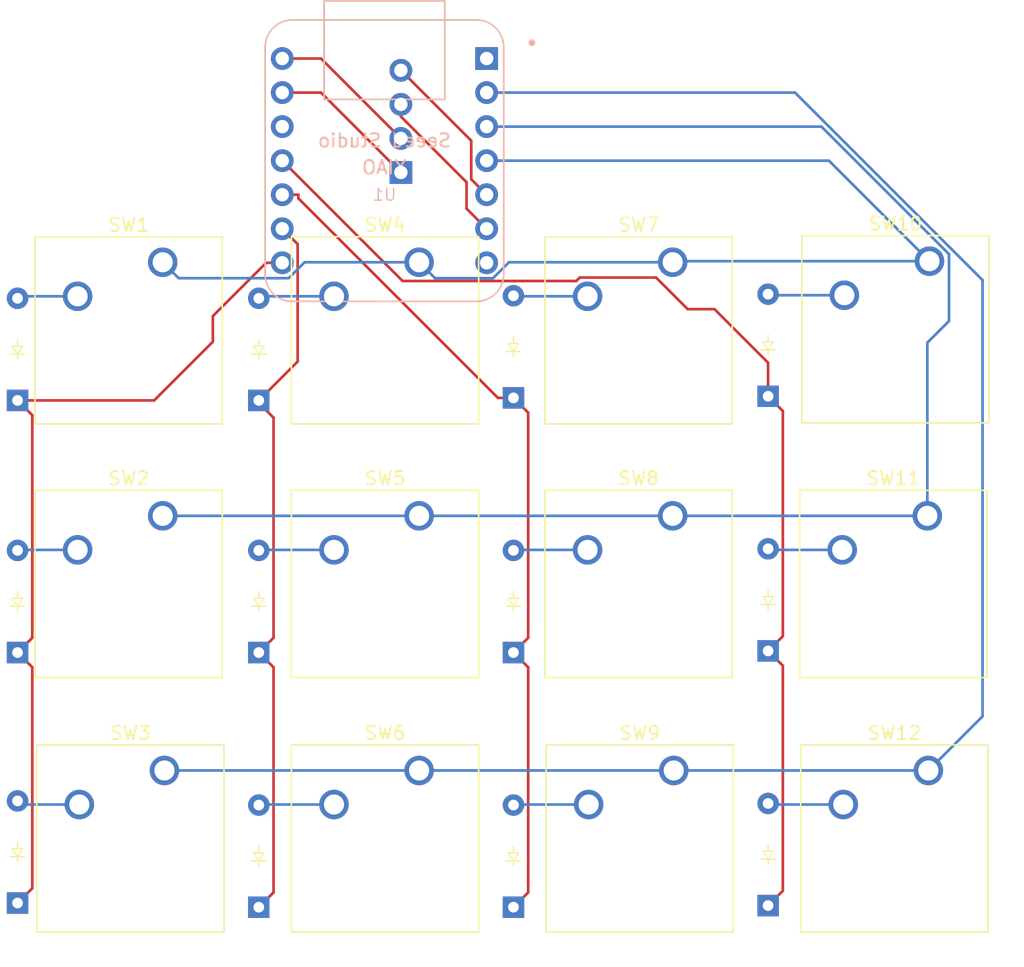
<source format=kicad_pcb>
(kicad_pcb (version 20240108) (generator "pcbnew") (generator_version "8.0")
  (layers (0 "F.Cu" power) (31 "B.Cu" signal) (34 "B.Paste" user) (35 "F.Paste" user) (36 "B.SilkS" user "B.Silkscreen") (37 "F.SilkS" user "F.Silkscreen") (38 "B.Mask" user) (39 "F.Mask" user) (44 "Edge.Cuts" user))
  (net 0 "")
  (net 1 "Net-(D1-A)")
  (net 2 "r0")
  (net 3 "Net-(D2-A)")
  (net 4 "Net-(D3-A)")
  (net 5 "r1")
  (net 6 "Net-(D4-A)")
  (net 7 "Net-(D5-A)")
  (net 8 "Net-(D6-A)")
  (net 9 "r2")
  (net 10 "Net-(D7-A)")
  (net 11 "Net-(D8-A)")
  (net 12 "Net-(D9-A)")
  (net 13 "r3")
  (net 14 "Net-(D10-A)")
  (net 15 "Net-(D11-A)")
  (net 16 "Net-(D12-A)")
  (net 17 "Net-(J1-GND)")
  (net 18 "Net-(J1-SCL)")
  (net 19 "Net-(J1-VCC)")
  (net 20 "Net-(J1-SDA)")
  (net 21 "c0")
  (net 22 "c1")
  (net 23 "c2")
  (footprint "footprintsS:Diode_DO-35" (layer "F.Cu") (at 153.5 103.5 90)
    (property "Reference" "D12" (hide yes))
    (property "Value" "D" (hide yes))
    (fp_line (start 3.46 -0.55) (end 3.46 0.55) (stroke (width 0.1)) (layer "F.SilkS"))
    (fp_line (start 4.06 -0.4) (end 4.06 0.4) (stroke (width 0.1)) (layer "F.SilkS"))
    (fp_line (start 4.06 0) (end 4.56 0) (stroke (width 0.1)) (layer "F.SilkS"))
    (fp_line (start 3.46 0) (end 4.06 -0.4) (stroke (width 0.1)) (layer "F.SilkS"))
    (fp_line (start 3.06 0) (end 3.46 0) (stroke (width 0.1)) (layer "F.SilkS"))
    (fp_line (start 4.06 0.4) (end 3.46 0) (stroke (width 0.1)) (layer "F.SilkS"))
    (pad "1" thru_hole rect (at 0 0 90) (size 1.6 1.6) (drill 0.8) (layers "*.Cu" "*.Mask") (net 13 "r3"))
    (pad "2" thru_hole oval (at 7.62 0 90) (size 1.6 1.6) (drill 0.8) (layers "*.Cu" "*.Mask") (net 16 "Net-(D12-A)"))
  )
  (footprint "footprintsS:Diode_DO-35" (layer "F.Cu") (at 153.5 65.5 90)
    (property "Reference" "D10" (hide yes))
    (property "Value" "D" (hide yes))
    (fp_line (start 3.46 -0.55) (end 3.46 0.55) (stroke (width 0.1)) (layer "F.SilkS"))
    (fp_line (start 4.06 -0.4) (end 4.06 0.4) (stroke (width 0.1)) (layer "F.SilkS"))
    (fp_line (start 4.06 0) (end 4.56 0) (stroke (width 0.1)) (layer "F.SilkS"))
    (fp_line (start 3.46 0) (end 4.06 -0.4) (stroke (width 0.1)) (layer "F.SilkS"))
    (fp_line (start 3.06 0) (end 3.46 0) (stroke (width 0.1)) (layer "F.SilkS"))
    (fp_line (start 4.06 0.4) (end 3.46 0) (stroke (width 0.1)) (layer "F.SilkS"))
    (pad "1" thru_hole rect (at 0 0 90) (size 1.6 1.6) (drill 0.8) (layers "*.Cu" "*.Mask") (net 13 "r3"))
    (pad "2" thru_hole oval (at 7.62 0 90) (size 1.6 1.6) (drill 0.8) (layers "*.Cu" "*.Mask") (net 14 "Net-(D10-A)"))
  )
  (footprint "Button_Switch_Keyboard:SW_Cherry_MX_1.00u_PCB" (layer "F.Cu") (at 165.54 55.42)
    (property "Reference" "SW10" (at -2.54 -2.794 0) (layer "F.SilkS"))
    (property "Value" "SW_Push_45deg")
    (fp_line (start -9.525 -1.905) (end 4.445 -1.905) (stroke (width 0.12)) (layer "F.SilkS"))
    (fp_line (start -9.525 12.065) (end -9.525 -1.905) (stroke (width 0.12)) (layer "F.SilkS"))
    (fp_line (start 4.445 -1.905) (end 4.445 12.065) (stroke (width 0.12)) (layer "F.SilkS"))
    (fp_line (start 4.445 12.065) (end -9.525 12.065) (stroke (width 0.12)) (layer "F.SilkS"))
    (pad "" np_thru_hole circle (at -7.62 5.08) (size 1.7 1.7) (drill 1.7) (layers "*.Cu" "*.Mask"))
    (pad "" np_thru_hole circle (at -2.54 5.08) (size 4 4) (drill 4) (layers "*.Cu" "*.Mask"))
    (pad "" np_thru_hole circle (at 2.54 5.08) (size 1.7 1.7) (drill 1.7) (layers "*.Cu" "*.Mask"))
    (pad "1" thru_hole circle (at 0 0) (size 2.2 2.2) (drill 1.5) (layers "*.Cu" "*.Mask") (net 23 "c2"))
    (pad "2" thru_hole circle (at -6.35 2.54) (size 2.2 2.2) (drill 1.5) (layers "*.Cu" "*.Mask") (net 14 "Net-(D10-A)"))
  )
  (footprint "footprintsS:Diode_DO-35" (layer "F.Cu") (at 134.5 84.62 90)
    (property "Reference" "D8" (hide yes))
    (property "Value" "D" (hide yes))
    (fp_line (start 3.46 -0.55) (end 3.46 0.55) (stroke (width 0.1)) (layer "F.SilkS"))
    (fp_line (start 4.06 -0.4) (end 4.06 0.4) (stroke (width 0.1)) (layer "F.SilkS"))
    (fp_line (start 4.06 0) (end 4.56 0) (stroke (width 0.1)) (layer "F.SilkS"))
    (fp_line (start 3.46 0) (end 4.06 -0.4) (stroke (width 0.1)) (layer "F.SilkS"))
    (fp_line (start 3.06 0) (end 3.46 0) (stroke (width 0.1)) (layer "F.SilkS"))
    (fp_line (start 4.06 0.4) (end 3.46 0) (stroke (width 0.1)) (layer "F.SilkS"))
    (pad "1" thru_hole rect (at 0 0 90) (size 1.6 1.6) (drill 0.8) (layers "*.Cu" "*.Mask") (net 9 "r2"))
    (pad "2" thru_hole oval (at 7.62 0 90) (size 1.6 1.6) (drill 0.8) (layers "*.Cu" "*.Mask") (net 11 "Net-(D8-A)"))
  )
  (footprint "Button_Switch_Keyboard:SW_Cherry_MX_1.00u_PCB" (layer "F.Cu") (at 146.46 93.42)
    (property "Reference" "SW9" (at -2.54 -2.794 0) (layer "F.SilkS"))
    (property "Value" "SW_Push_45deg")
    (fp_line (start -9.525 -1.905) (end 4.445 -1.905) (stroke (width 0.12)) (layer "F.SilkS"))
    (fp_line (start -9.525 12.065) (end -9.525 -1.905) (stroke (width 0.12)) (layer "F.SilkS"))
    (fp_line (start 4.445 -1.905) (end 4.445 12.065) (stroke (width 0.12)) (layer "F.SilkS"))
    (fp_line (start 4.445 12.065) (end -9.525 12.065) (stroke (width 0.12)) (layer "F.SilkS"))
    (pad "" np_thru_hole circle (at -7.62 5.08) (size 1.7 1.7) (drill 1.7) (layers "*.Cu" "*.Mask"))
    (pad "" np_thru_hole circle (at -2.54 5.08) (size 4 4) (drill 4) (layers "*.Cu" "*.Mask"))
    (pad "" np_thru_hole circle (at 2.54 5.08) (size 1.7 1.7) (drill 1.7) (layers "*.Cu" "*.Mask"))
    (pad "1" thru_hole circle (at 0 0) (size 2.2 2.2) (drill 1.5) (layers "*.Cu" "*.Mask") (net 21 "c0"))
    (pad "2" thru_hole circle (at -6.35 2.54) (size 2.2 2.2) (drill 1.5) (layers "*.Cu" "*.Mask") (net 12 "Net-(D9-A)"))
  )
  (footprint "footprintsS:Diode_DO-35" (layer "F.Cu") (at 134.5 103.62 90)
    (property "Reference" "D9" (hide yes))
    (property "Value" "D" (hide yes))
    (fp_line (start 3.46 -0.55) (end 3.46 0.55) (stroke (width 0.1)) (layer "F.SilkS"))
    (fp_line (start 4.06 -0.4) (end 4.06 0.4) (stroke (width 0.1)) (layer "F.SilkS"))
    (fp_line (start 4.06 0) (end 4.56 0) (stroke (width 0.1)) (layer "F.SilkS"))
    (fp_line (start 3.46 0) (end 4.06 -0.4) (stroke (width 0.1)) (layer "F.SilkS"))
    (fp_line (start 3.06 0) (end 3.46 0) (stroke (width 0.1)) (layer "F.SilkS"))
    (fp_line (start 4.06 0.4) (end 3.46 0) (stroke (width 0.1)) (layer "F.SilkS"))
    (pad "1" thru_hole rect (at 0 0 90) (size 1.6 1.6) (drill 0.8) (layers "*.Cu" "*.Mask") (net 9 "r2"))
    (pad "2" thru_hole oval (at 7.62 0 90) (size 1.6 1.6) (drill 0.8) (layers "*.Cu" "*.Mask") (net 12 "Net-(D9-A)"))
  )
  (footprint "Button_Switch_Keyboard:SW_Cherry_MX_1.00u_PCB" (layer "F.Cu") (at 108.33 74.42)
    (property "Reference" "SW2" (at -2.54 -2.794 0) (layer "F.SilkS"))
    (property "Value" "SW_Push_45deg")
    (fp_line (start -9.525 -1.905) (end 4.445 -1.905) (stroke (width 0.12)) (layer "F.SilkS"))
    (fp_line (start -9.525 12.065) (end -9.525 -1.905) (stroke (width 0.12)) (layer "F.SilkS"))
    (fp_line (start 4.445 -1.905) (end 4.445 12.065) (stroke (width 0.12)) (layer "F.SilkS"))
    (fp_line (start 4.445 12.065) (end -9.525 12.065) (stroke (width 0.12)) (layer "F.SilkS"))
    (pad "" np_thru_hole circle (at -7.62 5.08) (size 1.7 1.7) (drill 1.7) (layers "*.Cu" "*.Mask"))
    (pad "" np_thru_hole circle (at -2.54 5.08) (size 4 4) (drill 4) (layers "*.Cu" "*.Mask"))
    (pad "" np_thru_hole circle (at 2.54 5.08) (size 1.7 1.7) (drill 1.7) (layers "*.Cu" "*.Mask"))
    (pad "1" thru_hole circle (at 0 0) (size 2.2 2.2) (drill 1.5) (layers "*.Cu" "*.Mask") (net 22 "c1"))
    (pad "2" thru_hole circle (at -6.35 2.54) (size 2.2 2.2) (drill 1.5) (layers "*.Cu" "*.Mask") (net 3 "Net-(D2-A)"))
  )
  (footprint "Button_Switch_Keyboard:SW_Cherry_MX_1.00u_PCB" (layer "F.Cu") (at 127.46 55.5)
    (property "Reference" "SW4" (at -2.54 -2.794 0) (layer "F.SilkS"))
    (property "Value" "SW_Push_45deg")
    (fp_line (start -9.525 -1.905) (end 4.445 -1.905) (stroke (width 0.12)) (layer "F.SilkS"))
    (fp_line (start -9.525 12.065) (end -9.525 -1.905) (stroke (width 0.12)) (layer "F.SilkS"))
    (fp_line (start 4.445 -1.905) (end 4.445 12.065) (stroke (width 0.12)) (layer "F.SilkS"))
    (fp_line (start 4.445 12.065) (end -9.525 12.065) (stroke (width 0.12)) (layer "F.SilkS"))
    (pad "" np_thru_hole circle (at -7.62 5.08) (size 1.7 1.7) (drill 1.7) (layers "*.Cu" "*.Mask"))
    (pad "" np_thru_hole circle (at -2.54 5.08) (size 4 4) (drill 4) (layers "*.Cu" "*.Mask"))
    (pad "" np_thru_hole circle (at 2.54 5.08) (size 1.7 1.7) (drill 1.7) (layers "*.Cu" "*.Mask"))
    (pad "1" thru_hole circle (at 0 0) (size 2.2 2.2) (drill 1.5) (layers "*.Cu" "*.Mask") (net 23 "c2"))
    (pad "2" thru_hole circle (at -6.35 2.54) (size 2.2 2.2) (drill 1.5) (layers "*.Cu" "*.Mask") (net 6 "Net-(D4-A)"))
  )
  (footprint "Button_Switch_Keyboard:SW_Cherry_MX_1.00u_PCB" (layer "F.Cu") (at 108.33 55.5)
    (property "Reference" "SW1" (at -2.54 -2.794 0) (layer "F.SilkS"))
    (property "Value" "SW_Push_45deg")
    (fp_line (start -9.525 -1.905) (end 4.445 -1.905) (stroke (width 0.12)) (layer "F.SilkS"))
    (fp_line (start -9.525 12.065) (end -9.525 -1.905) (stroke (width 0.12)) (layer "F.SilkS"))
    (fp_line (start 4.445 -1.905) (end 4.445 12.065) (stroke (width 0.12)) (layer "F.SilkS"))
    (fp_line (start 4.445 12.065) (end -9.525 12.065) (stroke (width 0.12)) (layer "F.SilkS"))
    (pad "" np_thru_hole circle (at -7.62 5.08) (size 1.7 1.7) (drill 1.7) (layers "*.Cu" "*.Mask"))
    (pad "" np_thru_hole circle (at -2.54 5.08) (size 4 4) (drill 4) (layers "*.Cu" "*.Mask"))
    (pad "" np_thru_hole circle (at 2.54 5.08) (size 1.7 1.7) (drill 1.7) (layers "*.Cu" "*.Mask"))
    (pad "1" thru_hole circle (at 0 0) (size 2.2 2.2) (drill 1.5) (layers "*.Cu" "*.Mask") (net 23 "c2"))
    (pad "2" thru_hole circle (at -6.35 2.54) (size 2.2 2.2) (drill 1.5) (layers "*.Cu" "*.Mask") (net 1 "Net-(D1-A)"))
  )
  (footprint "footprintsS:Diode_DO-35" (layer "F.Cu") (at 115.5 65.81 90)
    (property "Reference" "D4" (hide yes))
    (property "Value" "D" (hide yes))
    (fp_line (start 3.46 -0.55) (end 3.46 0.55) (stroke (width 0.1)) (layer "F.SilkS"))
    (fp_line (start 4.06 -0.4) (end 4.06 0.4) (stroke (width 0.1)) (layer "F.SilkS"))
    (fp_line (start 4.06 0) (end 4.56 0) (stroke (width 0.1)) (layer "F.SilkS"))
    (fp_line (start 3.46 0) (end 4.06 -0.4) (stroke (width 0.1)) (layer "F.SilkS"))
    (fp_line (start 3.06 0) (end 3.46 0) (stroke (width 0.1)) (layer "F.SilkS"))
    (fp_line (start 4.06 0.4) (end 3.46 0) (stroke (width 0.1)) (layer "F.SilkS"))
    (pad "1" thru_hole rect (at 0 0 90) (size 1.6 1.6) (drill 0.8) (layers "*.Cu" "*.Mask") (net 5 "r1"))
    (pad "2" thru_hole oval (at 7.62 0 90) (size 1.6 1.6) (drill 0.8) (layers "*.Cu" "*.Mask") (net 6 "Net-(D4-A)"))
  )
  (footprint "footprintsS:Diode_DO-35" (layer "F.Cu") (at 115.5 84.62 90)
    (property "Reference" "D5" (hide yes))
    (property "Value" "D" (hide yes))
    (fp_line (start 3.46 -0.55) (end 3.46 0.55) (stroke (width 0.1)) (layer "F.SilkS"))
    (fp_line (start 4.06 -0.4) (end 4.06 0.4) (stroke (width 0.1)) (layer "F.SilkS"))
    (fp_line (start 4.06 0) (end 4.56 0) (stroke (width 0.1)) (layer "F.SilkS"))
    (fp_line (start 3.46 0) (end 4.06 -0.4) (stroke (width 0.1)) (layer "F.SilkS"))
    (fp_line (start 3.06 0) (end 3.46 0) (stroke (width 0.1)) (layer "F.SilkS"))
    (fp_line (start 4.06 0.4) (end 3.46 0) (stroke (width 0.1)) (layer "F.SilkS"))
    (pad "1" thru_hole rect (at 0 0 90) (size 1.6 1.6) (drill 0.8) (layers "*.Cu" "*.Mask") (net 5 "r1"))
    (pad "2" thru_hole oval (at 7.62 0 90) (size 1.6 1.6) (drill 0.8) (layers "*.Cu" "*.Mask") (net 7 "Net-(D5-A)"))
  )
  (footprint "footprintsS:Diode_DO-35" (layer "F.Cu") (at 153.5 84.5 90)
    (property "Reference" "D11" (hide yes))
    (property "Value" "D" (hide yes))
    (fp_line (start 3.46 -0.55) (end 3.46 0.55) (stroke (width 0.1)) (layer "F.SilkS"))
    (fp_line (start 4.06 -0.4) (end 4.06 0.4) (stroke (width 0.1)) (layer "F.SilkS"))
    (fp_line (start 4.06 0) (end 4.56 0) (stroke (width 0.1)) (layer "F.SilkS"))
    (fp_line (start 3.46 0) (end 4.06 -0.4) (stroke (width 0.1)) (layer "F.SilkS"))
    (fp_line (start 3.06 0) (end 3.46 0) (stroke (width 0.1)) (layer "F.SilkS"))
    (fp_line (start 4.06 0.4) (end 3.46 0) (stroke (width 0.1)) (layer "F.SilkS"))
    (pad "1" thru_hole rect (at 0 0 90) (size 1.6 1.6) (drill 0.8) (layers "*.Cu" "*.Mask") (net 13 "r3"))
    (pad "2" thru_hole oval (at 7.62 0 90) (size 1.6 1.6) (drill 0.8) (layers "*.Cu" "*.Mask") (net 15 "Net-(D11-A)"))
  )
  (footprint "Button_Switch_Keyboard:SW_Cherry_MX_1.00u_PCB" (layer "F.Cu") (at 108.46 93.42)
    (property "Reference" "SW3" (at -2.54 -2.794 0) (layer "F.SilkS"))
    (property "Value" "SW_Push_45deg")
    (fp_line (start -9.525 -1.905) (end 4.445 -1.905) (stroke (width 0.12)) (layer "F.SilkS"))
    (fp_line (start -9.525 12.065) (end -9.525 -1.905) (stroke (width 0.12)) (layer "F.SilkS"))
    (fp_line (start 4.445 -1.905) (end 4.445 12.065) (stroke (width 0.12)) (layer "F.SilkS"))
    (fp_line (start 4.445 12.065) (end -9.525 12.065) (stroke (width 0.12)) (layer "F.SilkS"))
    (pad "" np_thru_hole circle (at -7.62 5.08) (size 1.7 1.7) (drill 1.7) (layers "*.Cu" "*.Mask"))
    (pad "" np_thru_hole circle (at -2.54 5.08) (size 4 4) (drill 4) (layers "*.Cu" "*.Mask"))
    (pad "" np_thru_hole circle (at 2.54 5.08) (size 1.7 1.7) (drill 1.7) (layers "*.Cu" "*.Mask"))
    (pad "1" thru_hole circle (at 0 0) (size 2.2 2.2) (drill 1.5) (layers "*.Cu" "*.Mask") (net 21 "c0"))
    (pad "2" thru_hole circle (at -6.35 2.54) (size 2.2 2.2) (drill 1.5) (layers "*.Cu" "*.Mask") (net 4 "Net-(D3-A)"))
  )
  (footprint "footprintsS:OLED_128x32" (layer "F.Cu") (at 124.5 39)
    (property "Reference" "J1" (hide yes))
    (property "Value" "OLED_128x32")
    (pad "1" thru_hole rect (at 1.6 9.8 180) (size 1.7 1.7) (drill 1) (layers "*.Cu" "*.Mask") (net 17 "Net-(J1-GND)"))
    (pad "2" thru_hole oval (at 1.6 7.26 180) (size 1.7 1.7) (drill 1) (layers "*.Cu" "*.Mask") (net 19 "Net-(J1-VCC)"))
    (pad "3" thru_hole oval (at 1.6 4.72 180) (size 1.7 1.7) (drill 1) (layers "*.Cu" "*.Mask") (net 18 "Net-(J1-SCL)"))
    (pad "4" thru_hole oval (at 1.6 2.18 180) (size 1.7 1.7) (drill 1) (layers "*.Cu" "*.Mask") (net 20 "Net-(J1-SDA)"))
  )
  (footprint "Button_Switch_Keyboard:SW_Cherry_MX_1.00u_PCB" (layer "F.Cu") (at 127.46 74.42)
    (property "Reference" "SW5" (at -2.54 -2.794 0) (layer "F.SilkS"))
    (property "Value" "SW_Push_45deg")
    (fp_line (start -9.525 -1.905) (end 4.445 -1.905) (stroke (width 0.12)) (layer "F.SilkS"))
    (fp_line (start -9.525 12.065) (end -9.525 -1.905) (stroke (width 0.12)) (layer "F.SilkS"))
    (fp_line (start 4.445 -1.905) (end 4.445 12.065) (stroke (width 0.12)) (layer "F.SilkS"))
    (fp_line (start 4.445 12.065) (end -9.525 12.065) (stroke (width 0.12)) (layer "F.SilkS"))
    (pad "" np_thru_hole circle (at -7.62 5.08) (size 1.7 1.7) (drill 1.7) (layers "*.Cu" "*.Mask"))
    (pad "" np_thru_hole circle (at -2.54 5.08) (size 4 4) (drill 4) (layers "*.Cu" "*.Mask"))
    (pad "" np_thru_hole circle (at 2.54 5.08) (size 1.7 1.7) (drill 1.7) (layers "*.Cu" "*.Mask"))
    (pad "1" thru_hole circle (at 0 0) (size 2.2 2.2) (drill 1.5) (layers "*.Cu" "*.Mask") (net 22 "c1"))
    (pad "2" thru_hole circle (at -6.35 2.54) (size 2.2 2.2) (drill 1.5) (layers "*.Cu" "*.Mask") (net 7 "Net-(D5-A)"))
  )
  (footprint "footprintsS:Diode_DO-35" (layer "F.Cu") (at 115.5 103.62 90)
    (property "Reference" "D6" (hide yes))
    (property "Value" "D" (hide yes))
    (fp_line (start 3.46 -0.55) (end 3.46 0.55) (stroke (width 0.1)) (layer "F.SilkS"))
    (fp_line (start 4.06 -0.4) (end 4.06 0.4) (stroke (width 0.1)) (layer "F.SilkS"))
    (fp_line (start 4.06 0) (end 4.56 0) (stroke (width 0.1)) (layer "F.SilkS"))
    (fp_line (start 3.46 0) (end 4.06 -0.4) (stroke (width 0.1)) (layer "F.SilkS"))
    (fp_line (start 3.06 0) (end 3.46 0) (stroke (width 0.1)) (layer "F.SilkS"))
    (fp_line (start 4.06 0.4) (end 3.46 0) (stroke (width 0.1)) (layer "F.SilkS"))
    (pad "1" thru_hole rect (at 0 0 90) (size 1.6 1.6) (drill 0.8) (layers "*.Cu" "*.Mask") (net 5 "r1"))
    (pad "2" thru_hole oval (at 7.62 0 90) (size 1.6 1.6) (drill 0.8) (layers "*.Cu" "*.Mask") (net 8 "Net-(D6-A)"))
  )
  (footprint "footprintsS:Diode_DO-35" (layer "F.Cu") (at 134.5 65.62 90)
    (property "Reference" "D7" (hide yes))
    (property "Value" "D" (hide yes))
    (fp_line (start 3.46 -0.55) (end 3.46 0.55) (stroke (width 0.1)) (layer "F.SilkS"))
    (fp_line (start 4.06 -0.4) (end 4.06 0.4) (stroke (width 0.1)) (layer "F.SilkS"))
    (fp_line (start 4.06 0) (end 4.56 0) (stroke (width 0.1)) (layer "F.SilkS"))
    (fp_line (start 3.46 0) (end 4.06 -0.4) (stroke (width 0.1)) (layer "F.SilkS"))
    (fp_line (start 3.06 0) (end 3.46 0) (stroke (width 0.1)) (layer "F.SilkS"))
    (fp_line (start 4.06 0.4) (end 3.46 0) (stroke (width 0.1)) (layer "F.SilkS"))
    (pad "1" thru_hole rect (at 0 0 90) (size 1.6 1.6) (drill 0.8) (layers "*.Cu" "*.Mask") (net 9 "r2"))
    (pad "2" thru_hole oval (at 7.62 0 90) (size 1.6 1.6) (drill 0.8) (layers "*.Cu" "*.Mask") (net 10 "Net-(D7-A)"))
  )
  (footprint "Button_Switch_Keyboard:SW_Cherry_MX_1.00u_PCB" (layer "F.Cu") (at 127.46 93.42)
    (property "Reference" "SW6" (at -2.54 -2.794 0) (layer "F.SilkS"))
    (property "Value" "SW_Push_45deg")
    (fp_line (start -9.525 -1.905) (end 4.445 -1.905) (stroke (width 0.12)) (layer "F.SilkS"))
    (fp_line (start -9.525 12.065) (end -9.525 -1.905) (stroke (width 0.12)) (layer "F.SilkS"))
    (fp_line (start 4.445 -1.905) (end 4.445 12.065) (stroke (width 0.12)) (layer "F.SilkS"))
    (fp_line (start 4.445 12.065) (end -9.525 12.065) (stroke (width 0.12)) (layer "F.SilkS"))
    (pad "" np_thru_hole circle (at -7.62 5.08) (size 1.7 1.7) (drill 1.7) (layers "*.Cu" "*.Mask"))
    (pad "" np_thru_hole circle (at -2.54 5.08) (size 4 4) (drill 4) (layers "*.Cu" "*.Mask"))
    (pad "" np_thru_hole circle (at 2.54 5.08) (size 1.7 1.7) (drill 1.7) (layers "*.Cu" "*.Mask"))
    (pad "1" thru_hole circle (at 0 0) (size 2.2 2.2) (drill 1.5) (layers "*.Cu" "*.Mask") (net 21 "c0"))
    (pad "2" thru_hole circle (at -6.35 2.54) (size 2.2 2.2) (drill 1.5) (layers "*.Cu" "*.Mask") (net 8 "Net-(D6-A)"))
  )
  (footprint "Button_Switch_Keyboard:SW_Cherry_MX_1.00u_PCB" (layer "F.Cu") (at 146.38 74.42)
    (property "Reference" "SW8" (at -2.54 -2.794 0) (layer "F.SilkS"))
    (property "Value" "SW_Push_45deg")
    (fp_line (start -9.525 -1.905) (end 4.445 -1.905) (stroke (width 0.12)) (layer "F.SilkS"))
    (fp_line (start -9.525 12.065) (end -9.525 -1.905) (stroke (width 0.12)) (layer "F.SilkS"))
    (fp_line (start 4.445 -1.905) (end 4.445 12.065) (stroke (width 0.12)) (layer "F.SilkS"))
    (fp_line (start 4.445 12.065) (end -9.525 12.065) (stroke (width 0.12)) (layer "F.SilkS"))
    (pad "" np_thru_hole circle (at -7.62 5.08) (size 1.7 1.7) (drill 1.7) (layers "*.Cu" "*.Mask"))
    (pad "" np_thru_hole circle (at -2.54 5.08) (size 4 4) (drill 4) (layers "*.Cu" "*.Mask"))
    (pad "" np_thru_hole circle (at 2.54 5.08) (size 1.7 1.7) (drill 1.7) (layers "*.Cu" "*.Mask"))
    (pad "1" thru_hole circle (at 0 0) (size 2.2 2.2) (drill 1.5) (layers "*.Cu" "*.Mask") (net 22 "c1"))
    (pad "2" thru_hole circle (at -6.35 2.54) (size 2.2 2.2) (drill 1.5) (layers "*.Cu" "*.Mask") (net 11 "Net-(D8-A)"))
  )
  (footprint "Button_Switch_Keyboard:SW_Cherry_MX_1.00u_PCB" (layer "F.Cu") (at 146.38 55.5)
    (property "Reference" "SW7" (at -2.54 -2.794 0) (layer "F.SilkS"))
    (property "Value" "SW_Push_45deg")
    (fp_line (start -9.525 -1.905) (end 4.445 -1.905) (stroke (width 0.12)) (layer "F.SilkS"))
    (fp_line (start -9.525 12.065) (end -9.525 -1.905) (stroke (width 0.12)) (layer "F.SilkS"))
    (fp_line (start 4.445 -1.905) (end 4.445 12.065) (stroke (width 0.12)) (layer "F.SilkS"))
    (fp_line (start 4.445 12.065) (end -9.525 12.065) (stroke (width 0.12)) (layer "F.SilkS"))
    (pad "" np_thru_hole circle (at -7.62 5.08) (size 1.7 1.7) (drill 1.7) (layers "*.Cu" "*.Mask"))
    (pad "" np_thru_hole circle (at -2.54 5.08) (size 4 4) (drill 4) (layers "*.Cu" "*.Mask"))
    (pad "" np_thru_hole circle (at 2.54 5.08) (size 1.7 1.7) (drill 1.7) (layers "*.Cu" "*.Mask"))
    (pad "1" thru_hole circle (at 0 0) (size 2.2 2.2) (drill 1.5) (layers "*.Cu" "*.Mask") (net 23 "c2"))
    (pad "2" thru_hole circle (at -6.35 2.54) (size 2.2 2.2) (drill 1.5) (layers "*.Cu" "*.Mask") (net 10 "Net-(D7-A)"))
  )
  (footprint "footprintsS:Diode_DO-35" (layer "F.Cu") (at 97.5 65.81 90)
    (property "Reference" "D1" (hide yes))
    (property "Value" "D" (hide yes))
    (fp_line (start 3.46 -0.55) (end 3.46 0.55) (stroke (width 0.1)) (layer "F.SilkS"))
    (fp_line (start 4.06 -0.4) (end 4.06 0.4) (stroke (width 0.1)) (layer "F.SilkS"))
    (fp_line (start 4.06 0) (end 4.56 0) (stroke (width 0.1)) (layer "F.SilkS"))
    (fp_line (start 3.46 0) (end 4.06 -0.4) (stroke (width 0.1)) (layer "F.SilkS"))
    (fp_line (start 3.06 0) (end 3.46 0) (stroke (width 0.1)) (layer "F.SilkS"))
    (fp_line (start 4.06 0.4) (end 3.46 0) (stroke (width 0.1)) (layer "F.SilkS"))
    (pad "1" thru_hole rect (at 0 0 90) (size 1.6 1.6) (drill 0.8) (layers "*.Cu" "*.Mask") (net 2 "r0"))
    (pad "2" thru_hole oval (at 7.62 0 90) (size 1.6 1.6) (drill 0.8) (layers "*.Cu" "*.Mask") (net 1 "Net-(D1-A)"))
  )
  (footprint "footprintsS:Diode_DO-35" (layer "F.Cu") (at 97.5 84.62 90)
    (property "Reference" "D2" (hide yes))
    (property "Value" "D" (hide yes))
    (fp_line (start 3.46 -0.55) (end 3.46 0.55) (stroke (width 0.1)) (layer "F.SilkS"))
    (fp_line (start 4.06 -0.4) (end 4.06 0.4) (stroke (width 0.1)) (layer "F.SilkS"))
    (fp_line (start 4.06 0) (end 4.56 0) (stroke (width 0.1)) (layer "F.SilkS"))
    (fp_line (start 3.46 0) (end 4.06 -0.4) (stroke (width 0.1)) (layer "F.SilkS"))
    (fp_line (start 3.06 0) (end 3.46 0) (stroke (width 0.1)) (layer "F.SilkS"))
    (fp_line (start 4.06 0.4) (end 3.46 0) (stroke (width 0.1)) (layer "F.SilkS"))
    (pad "1" thru_hole rect (at 0 0 90) (size 1.6 1.6) (drill 0.8) (layers "*.Cu" "*.Mask") (net 2 "r0"))
    (pad "2" thru_hole oval (at 7.62 0 90) (size 1.6 1.6) (drill 0.8) (layers "*.Cu" "*.Mask") (net 3 "Net-(D2-A)"))
  )
  (footprint "footprintsS:Diode_DO-35" (layer "F.Cu") (at 97.5 103.31 90)
    (property "Reference" "D3" (hide yes))
    (property "Value" "D" (hide yes))
    (fp_line (start 3.46 -0.55) (end 3.46 0.55) (stroke (width 0.1)) (layer "F.SilkS"))
    (fp_line (start 4.06 -0.4) (end 4.06 0.4) (stroke (width 0.1)) (layer "F.SilkS"))
    (fp_line (start 4.06 0) (end 4.56 0) (stroke (width 0.1)) (layer "F.SilkS"))
    (fp_line (start 3.46 0) (end 4.06 -0.4) (stroke (width 0.1)) (layer "F.SilkS"))
    (fp_line (start 3.06 0) (end 3.46 0) (stroke (width 0.1)) (layer "F.SilkS"))
    (fp_line (start 4.06 0.4) (end 3.46 0) (stroke (width 0.1)) (layer "F.SilkS"))
    (pad "1" thru_hole rect (at 0 0 90) (size 1.6 1.6) (drill 0.8) (layers "*.Cu" "*.Mask") (net 2 "r0"))
    (pad "2" thru_hole oval (at 7.62 0 90) (size 1.6 1.6) (drill 0.8) (layers "*.Cu" "*.Mask") (net 4 "Net-(D3-A)"))
  )
  (footprint "Button_Switch_Keyboard:SW_Cherry_MX_1.00u_PCB" (layer "F.Cu") (at 165.46 93.42)
    (property "Reference" "SW12" (at -2.54 -2.794 0) (layer "F.SilkS"))
    (property "Value" "SW_Push_45deg")
    (fp_line (start -9.525 -1.905) (end 4.445 -1.905) (stroke (width 0.12)) (layer "F.SilkS"))
    (fp_line (start -9.525 12.065) (end -9.525 -1.905) (stroke (width 0.12)) (layer "F.SilkS"))
    (fp_line (start 4.445 -1.905) (end 4.445 12.065) (stroke (width 0.12)) (layer "F.SilkS"))
    (fp_line (start 4.445 12.065) (end -9.525 12.065) (stroke (width 0.12)) (layer "F.SilkS"))
    (pad "" np_thru_hole circle (at -7.62 5.08) (size 1.7 1.7) (drill 1.7) (layers "*.Cu" "*.Mask"))
    (pad "" np_thru_hole circle (at -2.54 5.08) (size 4 4) (drill 4) (layers "*.Cu" "*.Mask"))
    (pad "" np_thru_hole circle (at 2.54 5.08) (size 1.7 1.7) (drill 1.7) (layers "*.Cu" "*.Mask"))
    (pad "1" thru_hole circle (at 0 0) (size 2.2 2.2) (drill 1.5) (layers "*.Cu" "*.Mask") (net 21 "c0"))
    (pad "2" thru_hole circle (at -6.35 2.54) (size 2.2 2.2) (drill 1.5) (layers "*.Cu" "*.Mask") (net 16 "Net-(D12-A)"))
  )
  (footprint "Button_Switch_Keyboard:SW_Cherry_MX_1.00u_PCB" (layer "F.Cu") (at 165.38 74.42)
    (property "Reference" "SW11" (at -2.54 -2.794 0) (layer "F.SilkS"))
    (property "Value" "SW_Push_45deg")
    (fp_line (start -9.525 -1.905) (end 4.445 -1.905) (stroke (width 0.12)) (layer "F.SilkS"))
    (fp_line (start -9.525 12.065) (end -9.525 -1.905) (stroke (width 0.12)) (layer "F.SilkS"))
    (fp_line (start 4.445 -1.905) (end 4.445 12.065) (stroke (width 0.12)) (layer "F.SilkS"))
    (fp_line (start 4.445 12.065) (end -9.525 12.065) (stroke (width 0.12)) (layer "F.SilkS"))
    (pad "" np_thru_hole circle (at -7.62 5.08) (size 1.7 1.7) (drill 1.7) (layers "*.Cu" "*.Mask"))
    (pad "" np_thru_hole circle (at -2.54 5.08) (size 4 4) (drill 4) (layers "*.Cu" "*.Mask"))
    (pad "" np_thru_hole circle (at 2.54 5.08) (size 1.7 1.7) (drill 1.7) (layers "*.Cu" "*.Mask"))
    (pad "1" thru_hole circle (at 0 0) (size 2.2 2.2) (drill 1.5) (layers "*.Cu" "*.Mask") (net 22 "c1"))
    (pad "2" thru_hole circle (at -6.35 2.54) (size 2.2 2.2) (drill 1.5) (layers "*.Cu" "*.Mask") (net 15 "Net-(D11-A)"))
  )
  (footprint "seed-footprints:XIAO-Generic-Thruhole-14P-2.54-21X17.8MM" (layer "B.Cu") (at 124.875 47.92 180)
    (property "Reference" "U1" (at 0 -2.54 0) (layer "B.SilkS") (effects (font (size 0.889 0.889) (thickness 0.1016)) (justify mirror)))
    (property "Value" "MOUDLE-SEEEDUINO-XIAO" (hide yes))
    (fp_line (start 8.9 8.5) (end 8.9 -8.5) (stroke (width 0.127)) (layer "B.SilkS"))
    (fp_line (start 6.9 -10.5) (end -6.9 -10.5) (stroke (width 0.127)) (layer "B.SilkS"))
    (fp_line (start 4.5 11.92403) (end -4.5 11.92403) (stroke (width 0.127)) (layer "B.SilkS"))
    (fp_line (start 4.5 4.57073) (end 4.5 11.92403) (stroke (width 0.127)) (layer "B.SilkS"))
    (fp_line (start -4.5 11.92403) (end -4.5 4.57073) (stroke (width 0.127)) (layer "B.SilkS"))
    (fp_line (start -4.5 4.57073) (end 4.5 4.57073) (stroke (width 0.127)) (layer "B.SilkS"))
    (fp_line (start -6.9 10.49909) (end 6.9 10.49909) (stroke (width 0.127)) (layer "B.SilkS"))
    (fp_line (start -8.9 -8.5) (end -8.9 8.5) (stroke (width 0.127)) (layer "B.SilkS"))
    (fp_arc (start 8.9 8.5) (mid 8.301492 9.901492) (end 6.9 10.5) (stroke (width 0.12)) (layer "B.SilkS"))
    (fp_arc (start 6.9 -10.5) (mid 8.314214 -9.914214) (end 8.9 -8.5) (stroke (width 0.12)) (layer "B.SilkS"))
    (fp_arc (start -6.9 10.5) (mid -8.301491 9.901491) (end -8.9 8.5) (stroke (width 0.12)) (layer "B.SilkS"))
    (fp_arc (start -8.9 -8.5) (mid -8.301423 -9.901423) (end -6.9 -10.5) (stroke (width 0.12)) (layer "B.SilkS"))
    (fp_circle (center -11 8.8) (end -11 9.054) (fill solid) (layer "B.SilkS"))
    (fp_poly (pts (xy -8.887715 8.561705) (xy -8.884667 8.610473) (xy -8.880603 8.659494)) (stroke (width 0.0254)) (fill none) (layer "B.SilkS"))
    (fp_poly (pts (xy 8.889492 -8.521574) (xy 8.887713 -8.57085) (xy 8.884665 -8.619618) (xy 8.880601 -8.668639) (xy 8.875268 -8.717407) (xy 8.868664 -8.766175) (xy 8.861044 -8.81469) (xy 8.852153 -8.86295) (xy 8.842248 -8.910955)) (stroke (width 0.0254)) (fill none) (layer "B.SilkS"))
    (fp_text user "XIAO" (at 0 -0.5 0) (layer "B.SilkS") (effects (justify mirror)))
    (fp_text user "Seeed Studio" (at 0 1.5 0) (layer "B.SilkS") (effects (justify mirror)))
    (pad "1" thru_hole rect (at -7.625 7.62 180) (size 1.7 1.7) (drill 1) (layers "*.Cu" "*.Mask"))
    (pad "2" thru_hole circle (at -7.625 5.08 180) (size 1.7 1.7) (drill 1) (layers "*.Cu" "*.Mask") (net 21 "c0"))
    (pad "3" thru_hole circle (at -7.625 2.54 180) (size 1.7 1.7) (drill 1) (layers "*.Cu" "*.Mask") (net 22 "c1"))
    (pad "4" thru_hole circle (at -7.625 0 180) (size 1.7 1.7) (drill 1) (layers "*.Cu" "*.Mask") (net 23 "c2"))
    (pad "5" thru_hole circle (at -7.625 -2.54 180) (size 1.7 1.7) (drill 1) (layers "*.Cu" "*.Mask") (net 20 "Net-(J1-SDA)"))
    (pad "6" thru_hole circle (at -7.625 -5.08) (size 1.7 1.7) (drill 1) (layers "*.Cu" "*.Mask") (net 18 "Net-(J1-SCL)"))
    (pad "7" thru_hole circle (at -7.625 -7.62 180) (size 1.7 1.7) (drill 1) (layers "*.Cu" "*.Mask"))
    (pad "8" thru_hole circle (at 7.625 -7.62 180) (size 1.7 1.7) (drill 1) (layers "*.Cu" "*.Mask") (net 2 "r0"))
    (pad "9" thru_hole circle (at 7.625 -5.08 180) (size 1.7 1.7) (drill 1) (layers "*.Cu" "*.Mask") (net 5 "r1"))
    (pad "10" thru_hole circle (at 7.625 -2.54 180) (size 1.7 1.7) (drill 1) (layers "*.Cu" "*.Mask") (net 9 "r2"))
    (pad "11" thru_hole circle (at 7.625 0 180) (size 1.7 1.7) (drill 1) (layers "*.Cu" "*.Mask") (net 13 "r3"))
    (pad "12" thru_hole circle (at 7.625 2.54 180) (size 1.7 1.7) (drill 1) (layers "*.Cu" "*.Mask"))
    (pad "13" thru_hole circle (at 7.625 5.08 180) (size 1.7 1.7) (drill 1) (layers "*.Cu" "*.Mask") (net 17 "Net-(J1-GND)"))
    (pad "14" thru_hole circle (at 7.625 7.62 180) (size 1.7 1.7) (drill 1) (layers "*.Cu" "*.Mask") (net 19 "Net-(J1-VCC)"))
  )
  (segment (start 97.65 58.04) (end 97.5 58.19) (width 0.2) (layer "B.Cu") (net 1))
  (segment (start 101.98 58.04) (end 97.65 58.04) (width 0.2) (layer "B.Cu") (net 1))
  (segment (start 98.6 85.72) (end 98.6 102.21) (width 0.2) (layer "F.Cu") (net 2))
  (segment (start 107.69 65.81) (end 97.5 65.81) (width 0.2) (layer "F.Cu") (net 2))
  (segment (start 112.07 61.43) (end 107.69 65.81) (width 0.2) (layer "F.Cu") (net 2))
  (segment (start 98.6 102.21) (end 97.5 103.31) (width 0.2) (layer "F.Cu") (net 2))
  (segment (start 97.5 65.81) (end 98.6 66.91) (width 0.2) (layer "F.Cu") (net 2))
  (segment (start 116.047919 55.54) (end 112.07 59.517919) (width 0.2) (layer "F.Cu") (net 2))
  (segment (start 98.6 83.52) (end 97.5 84.62) (width 0.2) (layer "F.Cu") (net 2))
  (segment (start 112.07 59.517919) (end 112.07 61.43) (width 0.2) (layer "F.Cu") (net 2))
  (segment (start 97.5 84.62) (end 98.6 85.72) (width 0.2) (layer "F.Cu") (net 2))
  (segment (start 98.6 66.91) (end 98.6 83.52) (width 0.2) (layer "F.Cu") (net 2))
  (segment (start 117.25 55.54) (end 116.047919 55.54) (width 0.2) (layer "F.Cu") (net 2))
  (segment (start 101.98 76.96) (end 97.54 76.96) (width 0.2) (layer "B.Cu") (net 3))
  (segment (start 97.54 76.96) (end 97.5 77) (width 0.2) (layer "B.Cu") (net 3))
  (segment (start 97.77 95.96) (end 97.5 95.69) (width 0.2) (layer "B.Cu") (net 4))
  (segment (start 102.11 95.96) (end 97.77 95.96) (width 0.2) (layer "B.Cu") (net 4))
  (segment (start 116.6 83.52) (end 115.5 84.62) (width 0.2) (layer "F.Cu") (net 5))
  (segment (start 115.5 65.81) (end 115.5 66) (width 0.2) (layer "F.Cu") (net 5))
  (segment (start 118.4 54.15) (end 118.4 62.91) (width 0.2) (layer "F.Cu") (net 5))
  (segment (start 115.5 84.62) (end 116.6 85.72) (width 0.2) (layer "F.Cu") (net 5))
  (segment (start 118.4 62.91) (end 115.5 65.81) (width 0.2) (layer "F.Cu") (net 5))
  (segment (start 116.6 85.72) (end 116.6 102.52) (width 0.2) (layer "F.Cu") (net 5))
  (segment (start 117.25 53) (end 118.4 54.15) (width 0.2) (layer "F.Cu") (net 5))
  (segment (start 116.6 102.52) (end 115.5 103.62) (width 0.2) (layer "F.Cu") (net 5))
  (segment (start 115.5 66) (end 116.6 67.1) (width 0.2) (layer "F.Cu") (net 5))
  (segment (start 116.6 67.1) (end 116.6 83.52) (width 0.2) (layer "F.Cu") (net 5))
  (segment (start 115.65 58.04) (end 115.5 58.19) (width 0.2) (layer "B.Cu") (net 6))
  (segment (start 121.11 58.04) (end 115.65 58.04) (width 0.2) (layer "B.Cu") (net 6))
  (segment (start 121.11 76.96) (end 115.54 76.96) (width 0.2) (layer "B.Cu") (net 7))
  (segment (start 115.54 76.96) (end 115.5 77) (width 0.2) (layer "B.Cu") (net 7))
  (segment (start 121.11 95.96) (end 115.54 95.96) (width 0.2) (layer "B.Cu") (net 8))
  (segment (start 115.54 95.96) (end 115.5 96) (width 0.2) (layer "B.Cu") (net 8))
  (segment (start 133.342944 65.62) (end 134.5 65.62) (width 0.2) (layer "F.Cu") (net 9))
  (segment (start 117.25 50.46) (end 118.452081 50.46) (width 0.2) (layer "F.Cu") (net 9))
  (segment (start 118.452081 50.46) (end 118.452081 50.729137) (width 0.2) (layer "F.Cu") (net 9))
  (segment (start 135.6 66.72) (end 135.6 83.52) (width 0.2) (layer "F.Cu") (net 9))
  (segment (start 134.5 84.62) (end 135.6 85.72) (width 0.2) (layer "F.Cu") (net 9))
  (segment (start 134.5 65.62) (end 135.6 66.72) (width 0.2) (layer "F.Cu") (net 9))
  (segment (start 135.6 102.52) (end 134.5 103.62) (width 0.2) (layer "F.Cu") (net 9))
  (segment (start 135.6 85.72) (end 135.6 102.52) (width 0.2) (layer "F.Cu") (net 9))
  (segment (start 118.452081 50.729137) (end 133.342944 65.62) (width 0.2) (layer "F.Cu") (net 9))
  (segment (start 135.6 83.52) (end 134.5 84.62) (width 0.2) (layer "F.Cu") (net 9))
  (segment (start 140.03 58.04) (end 134.54 58.04) (width 0.2) (layer "B.Cu") (net 10))
  (segment (start 134.54 58.04) (end 134.5 58) (width 0.2) (layer "B.Cu") (net 10))
  (segment (start 134.54 76.96) (end 134.5 77) (width 0.2) (layer "B.Cu") (net 11))
  (segment (start 140.03 76.96) (end 134.54 76.96) (width 0.2) (layer "B.Cu") (net 11))
  (segment (start 140.11 95.96) (end 134.54 95.96) (width 0.2) (layer "B.Cu") (net 12))
  (segment (start 134.54 95.96) (end 134.5 96) (width 0.2) (layer "B.Cu") (net 12))
  (segment (start 154.6 66.6) (end 154.6 83.4) (width 0.2) (layer "F.Cu") (net 13))
  (segment (start 153.5 63) (end 153.5 65.5) (width 0.2) (layer "F.Cu") (net 13))
  (segment (start 147.5 59) (end 149.5 59) (width 0.2) (layer "F.Cu") (net 13))
  (segment (start 153.5 84.5) (end 154.6 85.6) (width 0.2) (layer "F.Cu") (net 13))
  (segment (start 139.450101 56.64) (end 145.14 56.64) (width 0.2) (layer "F.Cu") (net 13))
  (segment (start 153.5 65.5) (end 154.6 66.6) (width 0.2) (layer "F.Cu") (net 13))
  (segment (start 149.5 59) (end 153.5 63) (width 0.2) (layer "F.Cu") (net 13))
  (segment (start 154.6 83.4) (end 153.5 84.5) (width 0.2) (layer "F.Cu") (net 13))
  (segment (start 154.6 85.6) (end 154.6 102.4) (width 0.2) (layer "F.Cu") (net 13))
  (segment (start 126.23 56.9) (end 139.190101 56.9) (width 0.2) (layer "F.Cu") (net 13))
  (segment (start 154.6 102.4) (end 153.5 103.5) (width 0.2) (layer "F.Cu") (net 13))
  (segment (start 117.25 47.92) (end 126.23 56.9) (width 0.2) (layer "F.Cu") (net 13))
  (segment (start 139.190101 56.9) (end 139.450101 56.64) (width 0.2) (layer "F.Cu") (net 13))
  (segment (start 145.14 56.64) (end 147.5 59) (width 0.2) (layer "F.Cu") (net 13))
  (segment (start 159.19 57.96) (end 153.58 57.96) (width 0.2) (layer "B.Cu") (net 14))
  (segment (start 153.58 57.96) (end 153.5 57.88) (width 0.2) (layer "B.Cu") (net 14))
  (segment (start 159.03 76.96) (end 153.58 76.96) (width 0.2) (layer "B.Cu") (net 15))
  (segment (start 153.58 76.96) (end 153.5 76.88) (width 0.2) (layer "B.Cu") (net 15))
  (segment (start 159.11 95.96) (end 153.58 95.96) (width 0.2) (layer "B.Cu") (net 16))
  (segment (start 153.58 95.96) (end 153.5 95.88) (width 0.2) (layer "B.Cu") (net 16))
  (segment (start 117.25 42.84) (end 120.14 42.84) (width 0.2) (layer "F.Cu") (net 17))
  (segment (start 120.14 42.84) (end 126.1 48.8) (width 0.2) (layer "F.Cu") (net 17))
  (segment (start 126.1 43.72) (end 126.1 44.625685) (width 0.2) (layer "F.Cu") (net 18))
  (segment (start 126.1 44.625685) (end 131 49.525685) (width 0.2) (layer "F.Cu") (net 18))
  (segment (start 131 51.5) (end 132.5 53) (width 0.2) (layer "F.Cu") (net 18))
  (segment (start 131 49.525685) (end 131 51.5) (width 0.2) (layer "F.Cu") (net 18))
  (segment (start 120.14 40.3) (end 126.1 46.26) (width 0.2) (layer "F.Cu") (net 19))
  (segment (start 117.25 40.3) (end 120.14 40.3) (width 0.2) (layer "F.Cu") (net 19))
  (segment (start 131.35 49.31) (end 132.5 50.46) (width 0.2) (layer "F.Cu") (net 20))
  (segment (start 131.35 46.43) (end 131.35 49.31) (width 0.2) (layer "F.Cu") (net 20))
  (segment (start 126.1 41.18) (end 131.35 46.43) (width 0.2) (layer "F.Cu") (net 20))
  (segment (start 155.505585 42.84) (end 169.5 56.834415) (width 0.2) (layer "B.Cu") (net 21))
  (segment (start 169.5 56.834415) (end 169.5 89.38) (width 0.2) (layer "B.Cu") (net 21))
  (segment (start 169.5 89.38) (end 165.46 93.42) (width 0.2) (layer "B.Cu") (net 21))
  (segment (start 165.46 93.42) (end 108.46 93.42) (width 0.2) (layer "B.Cu") (net 21))
  (segment (start 132.5 42.84) (end 155.505585 42.84) (width 0.2) (layer "B.Cu") (net 21))
  (segment (start 157.479899 45.38) (end 167 54.900101) (width 0.2) (layer "B.Cu") (net 22))
  (segment (start 132.5 45.38) (end 157.479899 45.38) (width 0.2) (layer "B.Cu") (net 22))
  (segment (start 165.38 74.42) (end 108.33 74.42) (width 0.2) (layer "B.Cu") (net 22))
  (segment (start 167 54.900101) (end 167 59.882944) (width 0.2) (layer "B.Cu") (net 22))
  (segment (start 165.38 61.502944) (end 165.38 74.42) (width 0.2) (layer "B.Cu") (net 22))
  (segment (start 167 59.882944) (end 165.38 61.502944) (width 0.2) (layer "B.Cu") (net 22))
  (segment (start 158.04 47.92) (end 165.54 55.42) (width 0.2) (layer "B.Cu") (net 23))
  (segment (start 134.166346 55.5) (end 132.976346 56.69) (width 0.2) (layer "B.Cu") (net 23))
  (segment (start 132.976346 56.69) (end 128.65 56.69) (width 0.2) (layer "B.Cu") (net 23))
  (segment (start 109.52 56.69) (end 108.33 55.5) (width 0.2) (layer "B.Cu") (net 23))
  (segment (start 132.5 47.92) (end 158.04 47.92) (width 0.2) (layer "B.Cu") (net 23))
  (segment (start 117.726346 56.69) (end 109.52 56.69) (width 0.2) (layer "B.Cu") (net 23))
  (segment (start 127.46 55.5) (end 118.916346 55.5) (width 0.2) (layer "B.Cu") (net 23))
  (segment (start 146.46 55.42) (end 146.38 55.5) (width 0.2) (layer "B.Cu") (net 23))
  (segment (start 128.65 56.69) (end 127.46 55.5) (width 0.2) (layer "B.Cu") (net 23))
  (segment (start 146.38 55.5) (end 134.166346 55.5) (width 0.2) (layer "B.Cu") (net 23))
  (segment (start 118.916346 55.5) (end 117.726346 56.69) (width 0.2) (layer "B.Cu") (net 23))
  (segment (start 165.54 55.42) (end 146.46 55.42) (width 0.2) (layer "B.Cu") (net 23))
)
</source>
